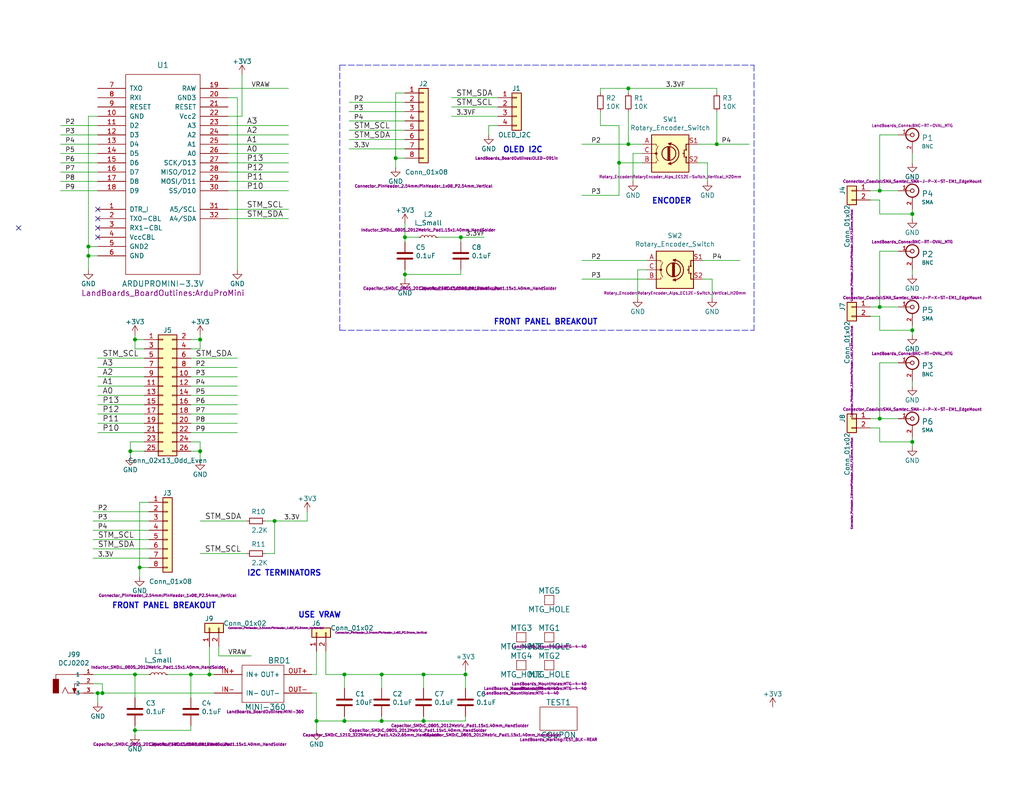
<source format=kicad_sch>
(kicad_sch (version 20211123) (generator eeschema)
  (paper "A")
  (title_block (title "VFO-002") (date "2021-10-17") (rev "1") (company "land-boards.com"))
  (lib_symbols
    (symbol "ArduinoInABox-rescue:ARDUPROMINI-ArduProMiniTKB" (pin_names (offset 1.016))
      (property "Reference" "uP" (at 10.16 19.05 0))
      (property "Value" "ARDUPROMINI-ArduProMiniTKB" (at 15.24 21.59 0))
      (symbol "ARDUPROMINI-ArduProMiniTKB_0_1"
        (polyline (pts (xy -10.16 -35.56) (xy -10.16 19.05) (xy 10.16 19.05) (xy 10.16 -35.56) (xy 0 -35.56) (xy -10.16 -35.56)))
      )
      (symbol "ARDUPROMINI-ArduProMiniTKB_1_1"
        (pin unspecified line (at -17.78 -17.78 0) (length 7.62) (name "DTR_I") (number "1"))
        (pin unspecified line (at -17.78 7.62 0) (length 7.62) (name "GND") (number "10"))
        (pin bidirectional line (at -17.78 5.08 0) (length 7.62) (name "D2") (number "11"))
        (pin bidirectional line (at -17.78 2.54 0) (length 7.62) (name "D3") (number "12"))
        (pin bidirectional line (at -17.78 0 0) (length 7.62) (name "D4") (number "13"))
        (pin bidirectional line (at -17.78 -2.54 0) (length 7.62) (name "D5") (number "14"))
        (pin bidirectional line (at -17.78 -5.08 0) (length 7.62) (name "D6") (number "15"))
        (pin bidirectional line (at -17.78 -7.62 0) (length 7.62) (name "D7") (number "16"))
        (pin bidirectional line (at -17.78 -10.16 0) (length 7.62) (name "D8") (number "17"))
        (pin bidirectional line (at -17.78 -12.7 0) (length 7.62) (name "D9") (number "18"))
        (pin unspecified line (at 17.78 15.24 180) (length 7.62) (name "RAW") (number "19"))
        (pin unspecified line (at -17.78 -20.32 0) (length 7.62) (name "TX0-CBL") (number "2"))
        (pin unspecified line (at 17.78 12.7 180) (length 7.62) (name "GND3") (number "20"))
        (pin input line (at 17.78 10.16 180) (length 7.62) (name "RESET") (number "21"))
        (pin unspecified line (at 17.78 7.62 180) (length 7.62) (name "Vcc2") (number "22"))
        (pin bidirectional line (at 17.78 5.08 180) (length 7.62) (name "A3") (number "23"))
        (pin bidirectional line (at 17.78 2.54 180) (length 7.62) (name "A2") (number "24"))
        (pin bidirectional line (at 17.78 0 180) (length 7.62) (name "A1") (number "25"))
        (pin bidirectional line (at 17.78 -2.54 180) (length 7.62) (name "A0") (number "26"))
        (pin bidirectional line (at 17.78 -5.08 180) (length 7.62) (name "SCK/D13") (number "27"))
        (pin input line (at 17.78 -7.62 180) (length 7.62) (name "MISO/D12") (number "28"))
        (pin bidirectional line (at 17.78 -10.16 180) (length 7.62) (name "MOSI/D11") (number "29"))
        (pin unspecified line (at -17.78 -22.86 0) (length 7.62) (name "RX1-CBL") (number "3"))
        (pin bidirectional line (at 17.78 -12.7 180) (length 7.62) (name "SS/D10") (number "30"))
        (pin bidirectional line (at 17.78 -17.78 180) (length 7.62) (name "A5/SCL") (number "31"))
        (pin bidirectional line (at 17.78 -20.32 180) (length 7.62) (name "A4/SDA") (number "32"))
        (pin power_in line (at -17.78 -25.4 0) (length 7.62) (name "VccCBL") (number "4"))
        (pin unspecified line (at -17.78 -27.94 0) (length 7.62) (name "GND2") (number "5"))
        (pin unspecified line (at -17.78 -30.48 0) (length 7.62) (name "GND") (number "6"))
        (pin bidirectional line (at -17.78 15.24 0) (length 7.62) (name "TXO") (number "7"))
        (pin bidirectional line (at -17.78 12.7 0) (length 7.62) (name "RXI") (number "8"))
        (pin input line (at -17.78 10.16 0) (length 7.62) (name "RESET") (number "9"))
      )
    )
    (symbol "Connector_Generic:Conn_01x02" (pin_names (offset 1.016) hide)
      (property "Reference" "J" (at 0 2.54 0))
      (property "Value" "Conn_01x02" (at 0 -5.08 0))
      (symbol "Conn_01x02_1_1"
        (rectangle (start -1.27 -2.413) (end 0 -2.667) (stroke (width 0.1524)))
        (rectangle (start -1.27 0.127) (end 0 -0.127) (stroke (width 0.1524)))
        (rectangle (start -1.27 1.27) (end 1.27 -3.81) (stroke (width 0.254)) (fill (type background)))
        (pin passive line (at -5.08 0 0) (length 3.81) (name "Pin_1") (number "1"))
        (pin passive line (at -5.08 -2.54 0) (length 3.81) (name "Pin_2") (number "2"))
      )
    )
    (symbol "Connector_Generic:Conn_01x04" (pin_names (offset 1.016) hide)
      (property "Reference" "J" (at 0 5.08 0))
      (property "Value" "Conn_01x04" (at 0 -7.62 0))
      (symbol "Conn_01x04_1_1"
        (rectangle (start -1.27 -4.953) (end 0 -5.207) (stroke (width 0.1524)))
        (rectangle (start -1.27 -2.413) (end 0 -2.667) (stroke (width 0.1524)))
        (rectangle (start -1.27 0.127) (end 0 -0.127) (stroke (width 0.1524)))
        (rectangle (start -1.27 2.667) (end 0 2.413) (stroke (width 0.1524)))
        (rectangle (start -1.27 3.81) (end 1.27 -6.35) (stroke (width 0.254)) (fill (type background)))
        (pin passive line (at -5.08 2.54 0) (length 3.81) (name "Pin_1") (number "1"))
        (pin passive line (at -5.08 0 0) (length 3.81) (name "Pin_2") (number "2"))
        (pin passive line (at -5.08 -2.54 0) (length 3.81) (name "Pin_3") (number "3"))
        (pin passive line (at -5.08 -5.08 0) (length 3.81) (name "Pin_4") (number "4"))
      )
    )
    (symbol "Connector_Generic:Conn_01x08" (pin_names (offset 1.016) hide)
      (property "Reference" "J" (at 0 10.16 0))
      (property "Value" "Conn_01x08" (at 0 -12.7 0))
      (symbol "Conn_01x08_1_1"
        (rectangle (start -1.27 -10.033) (end 0 -10.287) (stroke (width 0.1524)))
        (rectangle (start -1.27 -7.493) (end 0 -7.747) (stroke (width 0.1524)))
        (rectangle (start -1.27 -4.953) (end 0 -5.207) (stroke (width 0.1524)))
        (rectangle (start -1.27 -2.413) (end 0 -2.667) (stroke (width 0.1524)))
        (rectangle (start -1.27 0.127) (end 0 -0.127) (stroke (width 0.1524)))
        (rectangle (start -1.27 2.667) (end 0 2.413) (stroke (width 0.1524)))
        (rectangle (start -1.27 5.207) (end 0 4.953) (stroke (width 0.1524)))
        (rectangle (start -1.27 7.747) (end 0 7.493) (stroke (width 0.1524)))
        (rectangle (start -1.27 8.89) (end 1.27 -11.43) (stroke (width 0.254)) (fill (type background)))
        (pin passive line (at -5.08 7.62 0) (length 3.81) (name "Pin_1") (number "1"))
        (pin passive line (at -5.08 5.08 0) (length 3.81) (name "Pin_2") (number "2"))
        (pin passive line (at -5.08 2.54 0) (length 3.81) (name "Pin_3") (number "3"))
        (pin passive line (at -5.08 0 0) (length 3.81) (name "Pin_4") (number "4"))
        (pin passive line (at -5.08 -2.54 0) (length 3.81) (name "Pin_5") (number "5"))
        (pin passive line (at -5.08 -5.08 0) (length 3.81) (name "Pin_6") (number "6"))
        (pin passive line (at -5.08 -7.62 0) (length 3.81) (name "Pin_7") (number "7"))
        (pin passive line (at -5.08 -10.16 0) (length 3.81) (name "Pin_8") (number "8"))
      )
    )
    (symbol "Connector_Generic:Conn_02x13_Odd_Even" (pin_names (offset 1.016) hide)
      (property "Reference" "J" (at 1.27 17.78 0))
      (property "Value" "Conn_02x13_Odd_Even" (at 1.27 -17.78 0))
      (symbol "Conn_02x13_Odd_Even_1_1"
        (rectangle (start -1.27 -15.113) (end 0 -15.367) (stroke (width 0.1524)))
        (rectangle (start -1.27 -12.573) (end 0 -12.827) (stroke (width 0.1524)))
        (rectangle (start -1.27 -10.033) (end 0 -10.287) (stroke (width 0.1524)))
        (rectangle (start -1.27 -7.493) (end 0 -7.747) (stroke (width 0.1524)))
        (rectangle (start -1.27 -4.953) (end 0 -5.207) (stroke (width 0.1524)))
        (rectangle (start -1.27 -2.413) (end 0 -2.667) (stroke (width 0.1524)))
        (rectangle (start -1.27 0.127) (end 0 -0.127) (stroke (width 0.1524)))
        (rectangle (start -1.27 2.667) (end 0 2.413) (stroke (width 0.1524)))
        (rectangle (start -1.27 5.207) (end 0 4.953) (stroke (width 0.1524)))
        (rectangle (start -1.27 7.747) (end 0 7.493) (stroke (width 0.1524)))
        (rectangle (start -1.27 10.287) (end 0 10.033) (stroke (width 0.1524)))
        (rectangle (start -1.27 12.827) (end 0 12.573) (stroke (width 0.1524)))
        (rectangle (start -1.27 15.367) (end 0 15.113) (stroke (width 0.1524)))
        (rectangle (start -1.27 16.51) (end 3.81 -16.51) (stroke (width 0.254)) (fill (type background)))
        (rectangle (start 3.81 -15.113) (end 2.54 -15.367) (stroke (width 0.1524)))
        (rectangle (start 3.81 -12.573) (end 2.54 -12.827) (stroke (width 0.1524)))
        (rectangle (start 3.81 -10.033) (end 2.54 -10.287) (stroke (width 0.1524)))
        (rectangle (start 3.81 -7.493) (end 2.54 -7.747) (stroke (width 0.1524)))
        (rectangle (start 3.81 -4.953) (end 2.54 -5.207) (stroke (width 0.1524)))
        (rectangle (start 3.81 -2.413) (end 2.54 -2.667) (stroke (width 0.1524)))
        (rectangle (start 3.81 0.127) (end 2.54 -0.127) (stroke (width 0.1524)))
        (rectangle (start 3.81 2.667) (end 2.54 2.413) (stroke (width 0.1524)))
        (rectangle (start 3.81 5.207) (end 2.54 4.953) (stroke (width 0.1524)))
        (rectangle (start 3.81 7.747) (end 2.54 7.493) (stroke (width 0.1524)))
        (rectangle (start 3.81 10.287) (end 2.54 10.033) (stroke (width 0.1524)))
        (rectangle (start 3.81 12.827) (end 2.54 12.573) (stroke (width 0.1524)))
        (rectangle (start 3.81 15.367) (end 2.54 15.113) (stroke (width 0.1524)))
        (pin passive line (at -5.08 15.24 0) (length 3.81) (name "Pin_1") (number "1"))
        (pin passive line (at 7.62 5.08 180) (length 3.81) (name "Pin_10") (number "10"))
        (pin passive line (at -5.08 2.54 0) (length 3.81) (name "Pin_11") (number "11"))
        (pin passive line (at 7.62 2.54 180) (length 3.81) (name "Pin_12") (number "12"))
        (pin passive line (at -5.08 0 0) (length 3.81) (name "Pin_13") (number "13"))
        (pin passive line (at 7.62 0 180) (length 3.81) (name "Pin_14") (number "14"))
        (pin passive line (at -5.08 -2.54 0) (length 3.81) (name "Pin_15") (number "15"))
        (pin passive line (at 7.62 -2.54 180) (length 3.81) (name "Pin_16") (number "16"))
        (pin passive line (at -5.08 -5.08 0) (length 3.81) (name "Pin_17") (number "17"))
        (pin passive line (at 7.62 -5.08 180) (length 3.81) (name "Pin_18") (number "18"))
        (pin passive line (at -5.08 -7.62 0) (length 3.81) (name "Pin_19") (number "19"))
        (pin passive line (at 7.62 15.24 180) (length 3.81) (name "Pin_2") (number "2"))
        (pin passive line (at 7.62 -7.62 180) (length 3.81) (name "Pin_20") (number "20"))
        (pin passive line (at -5.08 -10.16 0) (length 3.81) (name "Pin_21") (number "21"))
        (pin passive line (at 7.62 -10.16 180) (length 3.81) (name "Pin_22") (number "22"))
        (pin passive line (at -5.08 -12.7 0) (length 3.81) (name "Pin_23") (number "23"))
        (pin passive line (at 7.62 -12.7 180) (length 3.81) (name "Pin_24") (number "24"))
        (pin passive line (at -5.08 -15.24 0) (length 3.81) (name "Pin_25") (number "25"))
        (pin passive line (at 7.62 -15.24 180) (length 3.81) (name "Pin_26") (number "26"))
        (pin passive line (at -5.08 12.7 0) (length 3.81) (name "Pin_3") (number "3"))
        (pin passive line (at 7.62 12.7 180) (length 3.81) (name "Pin_4") (number "4"))
        (pin passive line (at -5.08 10.16 0) (length 3.81) (name "Pin_5") (number "5"))
        (pin passive line (at 7.62 10.16 180) (length 3.81) (name "Pin_6") (number "6"))
        (pin passive line (at -5.08 7.62 0) (length 3.81) (name "Pin_7") (number "7"))
        (pin passive line (at 7.62 7.62 180) (length 3.81) (name "Pin_8") (number "8"))
        (pin passive line (at -5.08 5.08 0) (length 3.81) (name "Pin_9") (number "9"))
      )
    )
    (symbol "Device:C" (pin_numbers hide) (pin_names (offset 0.254))
      (property "Reference" "C" (at 0.635 2.54 0))
      (property "Value" "C" (at 0.635 -2.54 0))
      (symbol "C_0_1"
        (polyline (pts (xy -2.032 -0.762) (xy 2.032 -0.762)) (stroke (width 0.508)))
        (polyline (pts (xy -2.032 0.762) (xy 2.032 0.762)) (stroke (width 0.508)))
      )
      (symbol "C_1_1"
        (pin passive line (at 0 3.81 270) (length 2.794) (name "~") (number "1"))
        (pin passive line (at 0 -3.81 90) (length 2.794) (name "~") (number "2"))
      )
    )
    (symbol "Device:L_Small" (pin_numbers hide) (pin_names (offset 0.254) hide)
      (property "Reference" "L" (at 0.762 1.016 0))
      (property "Value" "L_Small" (at 0.762 -1.016 0))
      (symbol "L_Small_0_1"
        (arc (start 0 -2.032) (mid 0.508 -1.524) (end 0 -1.016))
        (arc (start 0 -1.016) (mid 0.508 -0.508) (end 0 0))
        (arc (start 0 0) (mid 0.508 0.508) (end 0 1.016))
        (arc (start 0 1.016) (mid 0.508 1.524) (end 0 2.032))
      )
      (symbol "L_Small_1_1"
        (pin passive line (at 0 2.54 270) (length 0.508) (name "~") (number "1"))
        (pin passive line (at 0 -2.54 90) (length 0.508) (name "~") (number "2"))
      )
    )
    (symbol "Device:R_Small" (pin_numbers hide) (pin_names (offset 0.254) hide)
      (property "Reference" "R" (at 0.762 0.508 0))
      (property "Value" "R_Small" (at 0.762 -1.016 0))
      (symbol "R_Small_0_1"
        (rectangle (start -0.762 1.778) (end 0.762 -1.778) (stroke (width 0.2032)))
      )
      (symbol "R_Small_1_1"
        (pin passive line (at 0 2.54 270) (length 0.762) (name "~") (number "1"))
        (pin passive line (at 0 -2.54 90) (length 0.762) (name "~") (number "2"))
      )
    )
    (symbol "Device:Rotary_Encoder_Switch" (pin_names (offset 0.254) hide)
      (property "Reference" "SW" (at 0 6.604 0))
      (property "Value" "Device_Rotary_Encoder_Switch" (at 0 -6.604 0))
      (symbol "Rotary_Encoder_Switch_0_1"
        (rectangle (start -5.08 5.08) (end 5.08 -5.08) (stroke (width 0.254)) (fill (type background)))
        (circle (center -3.81 0) (radius 0.254) (fill (type outline)))
        (arc (start -0.381 -2.794) (mid 2.3622 -0.0508) (end -0.381 2.667) (stroke (width 0.254)))
        (circle (center -0.381 0) (radius 1.905) (stroke (width 0.254)))
        (polyline (pts (xy -0.635 -1.778) (xy -0.635 1.778)) (stroke (width 0.254)))
        (polyline (pts (xy -0.381 -1.778) (xy -0.381 1.778)) (stroke (width 0.254)))
        (polyline (pts (xy -0.127 1.778) (xy -0.127 -1.778)) (stroke (width 0.254)))
        (polyline (pts (xy 3.81 0) (xy 3.429 0)) (stroke (width 0.254)))
        (polyline (pts (xy 3.81 1.016) (xy 3.81 -1.016)) (stroke (width 0.254)))
        (polyline (pts (xy -5.08 -2.54) (xy -3.81 -2.54) (xy -3.81 -2.032)))
        (polyline (pts (xy -5.08 2.54) (xy -3.81 2.54) (xy -3.81 2.032)))
        (polyline (pts (xy 0.254 -3.048) (xy -0.508 -2.794) (xy 0.127 -2.413)) (stroke (width 0.254)))
        (polyline (pts (xy 0.254 2.921) (xy -0.508 2.667) (xy 0.127 2.286)) (stroke (width 0.254)))
        (polyline (pts (xy 5.08 -2.54) (xy 4.318 -2.54) (xy 4.318 -1.016)) (stroke (width 0.254)))
        (polyline (pts (xy 5.08 2.54) (xy 4.318 2.54) (xy 4.318 1.016)) (stroke (width 0.254)))
        (polyline (pts (xy -5.08 0) (xy -3.81 0) (xy -3.81 -1.016) (xy -3.302 -2.032)))
        (polyline (pts (xy -4.318 0) (xy -3.81 0) (xy -3.81 1.016) (xy -3.302 2.032)))
        (circle (center 4.318 -1.016) (radius 0.127) (stroke (width 0.254)))
        (circle (center 4.318 1.016) (radius 0.127) (stroke (width 0.254)))
      )
      (symbol "Rotary_Encoder_Switch_1_1"
        (pin passive line (at -7.62 2.54 0) (length 2.54) (name "A") (number "A"))
        (pin passive line (at -7.62 -2.54 0) (length 2.54) (name "B") (number "B"))
        (pin passive line (at -7.62 0 0) (length 2.54) (name "C") (number "C"))
        (pin passive line (at 7.62 2.54 180) (length 2.54) (name "S1") (number "S1"))
        (pin passive line (at 7.62 -2.54 180) (length 2.54) (name "S2") (number "S2"))
      )
    )
    (symbol "LandBoards:COUPON" (pin_names (offset 1.016))
      (property "Reference" "COUP?" (at 0 0 0))
      (property "Value" "COUPON" (at 0 0 0))
      (symbol "COUPON_0_1"
        (rectangle (start -5.08 0) (end 5.08 6.35))
      )
    )
    (symbol "LandBoards_Cards:MINI-360" (pin_names (offset 1.016))
      (property "Reference" "MINI-360" (at 1.27 6.35 0))
      (property "Value" "MINI-360" (at 1.27 -6.35 0))
      (symbol "MINI-360_0_1"
        (rectangle (start -5.08 -5.08) (end 6.35 5.08))
      )
      (symbol "MINI-360_1_1"
        (pin power_in line (at -12.7 2.54 0) (length 7.62) (name "IN+") (number "IN+"))
        (pin power_in line (at -12.7 -2.54 0) (length 7.62) (name "IN-") (number "IN-"))
        (pin power_out line (at 13.97 2.54 180) (length 7.62) (name "OUT+") (number "OUT+"))
        (pin power_out line (at 13.97 -2.54 180) (length 7.62) (name "OUT-") (number "OUT-"))
      )
    )
    (symbol "LandBoards_Conns:BNC" (pin_names (offset 1.016) hide)
      (property "Reference" "P" (at 0.254 3.048 0))
      (property "Value" "BNC" (at 2.794 -1.524 90))
      (symbol "BNC_0_1"
        (circle (center 0 0) (radius 0.508) (stroke (width 0.2032)))
        (circle (center 0 0) (radius 1.778) (stroke (width 0.3048)))
      )
      (symbol "BNC_1_1"
        (pin passive line (at -3.81 0 0) (length 3.302) (name "In") (number "1"))
        (pin passive line (at 0 -5.08 90) (length 3.302) (name "Ext") (number "2"))
      )
    )
    (symbol "LandBoards_Conns:DCJ0202" (pin_names (offset 1.016))
      (property "Reference" "J" (at -2.54 3.81 0))
      (property "Value" "DCJ0202" (at -2.54 -6.35 0))
      (symbol "DCJ0202_1_0"
        (polyline (pts (xy -2.54 2.54) (xy -2.54 1.27)))
        (polyline (pts (xy 0 -1.016) (xy -0.762 -2.54)))
        (polyline (pts (xy 0.762 -2.54) (xy 0 -1.016)))
        (polyline (pts (xy 2.54 -2.54) (xy 0.762 -2.54)))
        (polyline (pts (xy 2.54 0) (xy 2.54 -2.54)))
        (polyline (pts (xy 5.08 -2.54) (xy 2.54 -2.54)))
        (polyline (pts (xy 5.08 0) (xy 2.54 0)))
        (polyline (pts (xy 5.08 2.54) (xy -2.54 2.54)))
      )
      (symbol "DCJ0202_1_1"
        (rectangle (start -3.302 -2.54) (end -1.778 1.27) (fill (type outline)))
        (polyline (pts (xy 2.54 -2.54) (xy 2.032 -1.27) (xy 2.032 -1.27) (xy 3.048 -1.27) (xy 3.048 -1.27) (xy 2.54 -2.54)) (fill (type outline)))
        (pin passive line (at 7.62 2.54 180) (length 2.54) (name "1") (number "1"))
        (pin passive line (at 7.62 0 180) (length 2.54) (name "2") (number "2"))
        (pin passive line (at 7.62 -2.54 180) (length 2.54) (name "3") (number "3"))
      )
    )
    (symbol "LandBoards_Conns:MTG_HOLE" (pin_names (offset 1.016))
      (property "Reference" "MTG?" (at 0 2.54 0))
      (property "Value" "MTG_HOLE" (at 0 -2.54 0))
      (symbol "MTG_HOLE_0_1"
        (rectangle (start -1.27 -1.27) (end 1.27 -1.27))
        (rectangle (start -1.27 1.27) (end -1.27 -1.27))
        (rectangle (start 1.27 1.27) (end -1.27 1.27))
        (rectangle (start 1.27 1.27) (end 1.27 -1.27))
      )
    )
    (symbol "power:+3V3" (power) (pin_names (offset 0))
      (property "Value" "+3V3" (at 0 3.556 0))
      (symbol "+3V3_0_1"
        (polyline (pts (xy -0.762 1.27) (xy 0 2.54)))
        (polyline (pts (xy 0 0) (xy 0 2.54)))
        (polyline (pts (xy 0 2.54) (xy 0.762 1.27)))
      )
      (symbol "+3V3_1_1"
        (pin power_in line (at 0 0 90) (length 0) hide (name "+3V3") (number "1"))
      )
    )
    (symbol "power:GND" (power) (pin_names (offset 0))
      (property "Value" "GND" (at 0 -3.81 0))
      (symbol "GND_0_1"
        (polyline (pts (xy 0 0) (xy 0 -1.27) (xy 1.27 -1.27) (xy 0 -2.54) (xy -1.27 -1.27) (xy 0 -1.27)))
      )
      (symbol "GND_1_1"
        (pin power_in line (at 0 0 270) (length 0) hide (name "GND") (number "1"))
      )
    )
  )
  (junction (at 27.94 189.23))
  (junction (at 54.61 92.71))
  (junction (at 36.83 199.39))
  (junction (at 195.58 39.37))
  (junction (at 248.92 120.65))
  (junction (at 36.83 92.71))
  (junction (at 26.67 189.23))
  (junction (at 104.14 196.85))
  (junction (at 125.73 64.77))
  (junction (at 35.56 123.19))
  (junction (at 248.92 58.42))
  (junction (at 110.49 64.77))
  (junction (at 171.45 39.37))
  (junction (at 115.57 184.15))
  (junction (at 127 184.15))
  (junction (at 36.83 184.15))
  (junction (at 93.98 196.85))
  (junction (at 240.03 83.82))
  (junction (at 248.92 90.17))
  (junction (at 74.93 142.24))
  (junction (at 93.98 184.15))
  (junction (at 115.57 196.85))
  (junction (at 171.45 24.13))
  (junction (at 52.07 184.15))
  (junction (at 24.13 67.31))
  (junction (at 240.03 52.07))
  (junction (at 38.1 154.94))
  (junction (at 104.14 184.15))
  (junction (at 240.03 114.3))
  (junction (at 24.13 69.85))
  (junction (at 168.91 44.45))
  (junction (at 107.95 43.18))
  (junction (at 54.61 123.19))
  (junction (at 110.49 74.93))
  (junction (at 57.15 184.15))
  (junction (at 86.36 196.85))
  (no_connect (at 26.67 64.77))
  (no_connect (at 26.67 57.15))
  (no_connect (at 26.67 62.23))
  (no_connect (at 97.79 -33.02))
  (no_connect (at 26.67 59.69))
  (no_connect (at 5.08 62.23))
  (wire (pts (xy 248.92 104.14) (xy 248.92 105.41)))
  (wire (pts (xy 110.49 43.18) (xy 107.95 43.18)))
  (wire (pts (xy 78.74 46.99) (xy 62.23 46.99)))
  (wire (pts (xy 64.77 26.67) (xy 64.77 73.66)))
  (wire (pts (xy 168.91 44.45) (xy 175.26 44.45)))
  (wire (pts (xy 158.75 71.12) (xy 176.53 71.12)))
  (wire (pts (xy 240.03 86.36) (xy 237.49 86.36)))
  (wire (pts (xy 39.37 123.19) (xy 35.56 123.19)))
  (wire (pts (xy 240.03 58.42) (xy 240.03 54.61)))
  (wire (pts (xy 163.83 24.13) (xy 171.45 24.13)))
  (wire (pts (xy 62.23 26.67) (xy 64.77 26.67)))
  (wire (pts (xy 39.37 118.11) (xy 26.67 118.11)))
  (wire (pts (xy 245.11 36.83) (xy 240.03 36.83)))
  (wire (pts (xy 248.92 41.91) (xy 248.92 44.45)))
  (wire (pts (xy 36.83 92.71) (xy 36.83 91.44)))
  (wire (pts (xy 193.04 44.45) (xy 193.04 49.53)))
  (wire (pts (xy 78.74 39.37) (xy 62.23 39.37)))
  (wire (pts (xy 52.07 92.71) (xy 54.61 92.71)))
  (wire (pts (xy 24.13 31.75) (xy 26.67 31.75)))
  (wire (pts (xy 104.14 195.58) (xy 104.14 196.85)))
  (wire (pts (xy 245.11 52.07) (xy 240.03 52.07)))
  (wire (pts (xy 27.94 189.23) (xy 58.42 189.23)))
  (wire (pts (xy 248.92 58.42) (xy 240.03 58.42)))
  (wire (pts (xy 248.92 73.66) (xy 248.92 74.93)))
  (wire (pts (xy 39.37 95.25) (xy 36.83 95.25)))
  (wire (pts (xy 78.74 36.83) (xy 62.23 36.83)))
  (wire (pts (xy 38.1 154.94) (xy 38.1 137.16)))
  (wire (pts (xy 35.56 123.19) (xy 35.56 124.46)))
  (wire (pts (xy 85.09 189.23) (xy 86.36 189.23)))
  (wire (pts (xy 110.49 60.96) (xy 110.49 64.77)))
  (wire (pts (xy 62.23 59.69) (xy 78.74 59.69)))
  (wire (pts (xy 54.61 151.13) (xy 67.31 151.13)))
  (wire (pts (xy 95.25 33.02) (xy 110.49 33.02)))
  (wire (pts (xy 248.92 90.17) (xy 240.03 90.17)))
  (wire (pts (xy 190.5 39.37) (xy 195.58 39.37)))
  (wire (pts (xy 107.95 25.4) (xy 110.49 25.4)))
  (wire (pts (xy 36.83 199.39) (xy 52.07 199.39)))
  (wire (pts (xy 57.15 176.53) (xy 57.15 184.15)))
  (wire (pts (xy 158.75 53.34) (xy 168.91 53.34)))
  (wire (pts (xy 25.4 184.15) (xy 36.83 184.15)))
  (wire (pts (xy 59.69 179.07) (xy 68.58 179.07)))
  (wire (pts (xy 110.49 74.93) (xy 125.73 74.93)))
  (wire (pts (xy 25.4 147.32) (xy 40.64 147.32)))
  (wire (pts (xy 163.83 30.48) (xy 163.83 34.29)))
  (wire (pts (xy 78.74 52.07) (xy 62.23 52.07)))
  (wire (pts (xy 78.74 41.91) (xy 62.23 41.91)))
  (wire (pts (xy 59.69 176.53) (xy 59.69 179.07)))
  (wire (pts (xy 52.07 184.15) (xy 57.15 184.15)))
  (wire (pts (xy 54.61 92.71) (xy 54.61 91.44)))
  (wire (pts (xy 173.99 73.66) (xy 173.99 81.28)))
  (wire (pts (xy 39.37 113.03) (xy 26.67 113.03)))
  (wire (pts (xy 245.11 99.06) (xy 240.03 99.06)))
  (wire (pts (xy 163.83 25.4) (xy 163.83 24.13)))
  (wire (pts (xy 16.51 46.99) (xy 26.67 46.99)))
  (wire (pts (xy 52.07 120.65) (xy 54.61 120.65)))
  (wire (pts (xy 26.67 49.53) (xy 16.51 49.53)))
  (wire (pts (xy 52.07 107.95) (xy 64.77 107.95)))
  (wire (pts (xy 78.74 34.29) (xy 62.23 34.29)))
  (wire (pts (xy 95.25 30.48) (xy 110.49 30.48)))
  (wire (pts (xy 25.4 186.69) (xy 27.94 186.69)))
  (wire (pts (xy 245.11 68.58) (xy 240.03 68.58)))
  (wire (pts (xy 240.03 120.65) (xy 240.03 116.84)))
  (wire (pts (xy 25.4 189.23) (xy 26.67 189.23)))
  (wire (pts (xy 95.25 40.64) (xy 110.49 40.64)))
  (wire (pts (xy 110.49 66.04) (xy 110.49 64.77)))
  (wire (pts (xy 168.91 53.34) (xy 168.91 44.45)))
  (wire (pts (xy 36.83 95.25) (xy 36.83 92.71)))
  (wire (pts (xy 195.58 24.13) (xy 195.58 25.4)))
  (wire (pts (xy 57.15 184.15) (xy 58.42 184.15)))
  (polyline (pts (xy 92.71 90.17) (xy 205.74 90.17)))
  (wire (pts (xy 133.35 34.29) (xy 133.35 36.83)))
  (wire (pts (xy 93.98 184.15) (xy 104.14 184.15)))
  (wire (pts (xy 25.4 142.24) (xy 40.64 142.24)))
  (wire (pts (xy 93.98 196.85) (xy 104.14 196.85)))
  (wire (pts (xy 163.83 34.29) (xy 168.91 34.29)))
  (wire (pts (xy 171.45 24.13) (xy 195.58 24.13)))
  (wire (pts (xy 115.57 196.85) (xy 127 196.85)))
  (wire (pts (xy 245.11 83.82) (xy 240.03 83.82)))
  (wire (pts (xy 240.03 83.82) (xy 237.49 83.82)))
  (wire (pts (xy 54.61 123.19) (xy 54.61 125.73)))
  (wire (pts (xy 115.57 187.96) (xy 115.57 184.15)))
  (wire (pts (xy 86.36 196.85) (xy 86.36 199.39)))
  (wire (pts (xy 172.72 41.91) (xy 172.72 49.53)))
  (wire (pts (xy 66.04 20.32) (xy 66.04 31.75)))
  (wire (pts (xy 127 184.15) (xy 127 187.96)))
  (wire (pts (xy 78.74 49.53) (xy 62.23 49.53)))
  (wire (pts (xy 83.82 139.7) (xy 83.82 142.24)))
  (wire (pts (xy 248.92 90.17) (xy 248.92 91.44)))
  (wire (pts (xy 39.37 105.41) (xy 26.67 105.41)))
  (wire (pts (xy 26.67 189.23) (xy 26.67 191.77)))
  (wire (pts (xy 54.61 120.65) (xy 54.61 123.19)))
  (wire (pts (xy 26.67 36.83) (xy 16.51 36.83)))
  (wire (pts (xy 127 182.88) (xy 127 184.15)))
  (wire (pts (xy 119.38 64.77) (xy 125.73 64.77)))
  (wire (pts (xy 36.83 199.39) (xy 36.83 200.66)))
  (wire (pts (xy 40.64 154.94) (xy 38.1 154.94)))
  (wire (pts (xy 88.9 184.15) (xy 88.9 177.8)))
  (wire (pts (xy 245.11 114.3) (xy 240.03 114.3)))
  (wire (pts (xy 38.1 137.16) (xy 40.64 137.16)))
  (wire (pts (xy 36.83 198.12) (xy 36.83 199.39)))
  (wire (pts (xy 25.4 139.7) (xy 40.64 139.7)))
  (wire (pts (xy 195.58 30.48) (xy 195.58 39.37)))
  (wire (pts (xy 127 196.85) (xy 127 195.58)))
  (wire (pts (xy 16.51 34.29) (xy 26.67 34.29)))
  (wire (pts (xy 191.77 76.2) (xy 194.31 76.2)))
  (wire (pts (xy 24.13 69.85) (xy 24.13 73.66)))
  (wire (pts (xy 26.67 69.85) (xy 24.13 69.85)))
  (wire (pts (xy 168.91 34.29) (xy 168.91 44.45)))
  (wire (pts (xy 93.98 184.15) (xy 93.98 187.96)))
  (wire (pts (xy 240.03 120.65) (xy 248.92 120.65)))
  (wire (pts (xy 86.36 196.85) (xy 93.98 196.85)))
  (wire (pts (xy 54.61 142.24) (xy 67.31 142.24)))
  (wire (pts (xy 107.95 43.18) (xy 107.95 45.72)))
  (wire (pts (xy 39.37 100.33) (xy 26.67 100.33)))
  (wire (pts (xy 110.49 64.77) (xy 114.3 64.77)))
  (wire (pts (xy 110.49 74.93) (xy 110.49 76.2)))
  (wire (pts (xy 93.98 196.85) (xy 93.98 195.58)))
  (wire (pts (xy 194.31 76.2) (xy 194.31 81.28)))
  (wire (pts (xy 25.4 144.78) (xy 40.64 144.78)))
  (polyline (pts (xy 205.74 17.78) (xy 205.74 90.17)))
  (wire (pts (xy 171.45 24.13) (xy 171.45 25.4)))
  (wire (pts (xy 26.67 44.45) (xy 16.51 44.45)))
  (wire (pts (xy 86.36 177.8) (xy 86.36 184.15)))
  (wire (pts (xy 39.37 120.65) (xy 35.56 120.65)))
  (wire (pts (xy 95.25 27.94) (xy 110.49 27.94)))
  (wire (pts (xy 248.92 119.38) (xy 248.92 120.65)))
  (wire (pts (xy 115.57 184.15) (xy 127 184.15)))
  (wire (pts (xy 240.03 52.07) (xy 237.49 52.07)))
  (wire (pts (xy 237.49 114.3) (xy 240.03 114.3)))
  (wire (pts (xy 64.77 115.57) (xy 52.07 115.57)))
  (wire (pts (xy 95.25 35.56) (xy 110.49 35.56)))
  (wire (pts (xy 240.03 54.61) (xy 237.49 54.61)))
  (wire (pts (xy 39.37 115.57) (xy 26.67 115.57)))
  (wire (pts (xy 38.1 154.94) (xy 38.1 157.48)))
  (wire (pts (xy 36.83 190.5) (xy 36.83 184.15)))
  (wire (pts (xy 125.73 64.77) (xy 132.08 64.77)))
  (wire (pts (xy 36.83 184.15) (xy 40.64 184.15)))
  (wire (pts (xy 171.45 30.48) (xy 171.45 39.37)))
  (wire (pts (xy 39.37 107.95) (xy 26.67 107.95)))
  (wire (pts (xy 26.67 189.23) (xy 27.94 189.23)))
  (wire (pts (xy 86.36 189.23) (xy 86.36 196.85)))
  (wire (pts (xy 104.14 196.85) (xy 115.57 196.85)))
  (wire (pts (xy 176.53 73.66) (xy 173.99 73.66)))
  (wire (pts (xy 52.07 199.39) (xy 52.07 198.12)))
  (wire (pts (xy 175.26 41.91) (xy 172.72 41.91)))
  (wire (pts (xy 158.75 76.2) (xy 176.53 76.2)))
  (wire (pts (xy 52.07 123.19) (xy 54.61 123.19)))
  (wire (pts (xy 45.72 184.15) (xy 52.07 184.15)))
  (wire (pts (xy 35.56 120.65) (xy 35.56 123.19)))
  (wire (pts (xy 115.57 195.58) (xy 115.57 196.85)))
  (wire (pts (xy 62.23 24.13) (xy 78.74 24.13)))
  (wire (pts (xy 240.03 114.3) (xy 240.03 99.06)))
  (wire (pts (xy 16.51 41.91) (xy 26.67 41.91)))
  (wire (pts (xy 74.93 142.24) (xy 72.39 142.24)))
  (wire (pts (xy 158.75 39.37) (xy 171.45 39.37)))
  (wire (pts (xy 27.94 189.23) (xy 27.94 186.69)))
  (wire (pts (xy 52.07 105.41) (xy 64.77 105.41)))
  (wire (pts (xy 16.51 52.07) (xy 26.67 52.07)))
  (wire (pts (xy 39.37 110.49) (xy 26.67 110.49)))
  (wire (pts (xy 123.19 31.75) (xy 135.89 31.75)))
  (wire (pts (xy 107.95 43.18) (xy 107.95 25.4)))
  (wire (pts (xy 171.45 39.37) (xy 175.26 39.37)))
  (wire (pts (xy 72.39 151.13) (xy 74.93 151.13)))
  (wire (pts (xy 240.03 68.58) (xy 240.03 83.82)))
  (wire (pts (xy 25.4 149.86) (xy 40.64 149.86)))
  (wire (pts (xy 52.07 190.5) (xy 52.07 184.15)))
  (wire (pts (xy 24.13 67.31) (xy 24.13 69.85)))
  (wire (pts (xy 191.77 71.12) (xy 201.93 71.12)))
  (wire (pts (xy 135.89 34.29) (xy 133.35 34.29)))
  (wire (pts (xy 104.14 184.15) (xy 104.14 187.96)))
  (wire (pts (xy 52.07 97.79) (xy 64.77 97.79)))
  (wire (pts (xy 74.93 151.13) (xy 74.93 142.24)))
  (wire (pts (xy 248.92 120.65) (xy 248.92 121.92)))
  (wire (pts (xy 125.73 66.04) (xy 125.73 64.77)))
  (wire (pts (xy 66.04 31.75) (xy 62.23 31.75)))
  (wire (pts (xy 248.92 88.9) (xy 248.92 90.17)))
  (wire (pts (xy 123.19 26.67) (xy 135.89 26.67)))
  (wire (pts (xy 104.14 184.15) (xy 115.57 184.15)))
  (wire (pts (xy 39.37 102.87) (xy 26.67 102.87)))
  (wire (pts (xy 110.49 73.66) (xy 110.49 74.93)))
  (wire (pts (xy 16.51 39.37) (xy 26.67 39.37)))
  (wire (pts (xy 95.25 38.1) (xy 110.49 38.1)))
  (wire (pts (xy 190.5 44.45) (xy 193.04 44.45)))
  (wire (pts (xy 123.19 29.21) (xy 135.89 29.21)))
  (wire (pts (xy 86.36 184.15) (xy 85.09 184.15)))
  (wire (pts (xy 93.98 184.15) (xy 88.9 184.15)))
  (wire (pts (xy 36.83 92.71) (xy 39.37 92.71)))
  (polyline (pts (xy 92.71 17.78) (xy 205.74 17.78)))
  (wire (pts (xy 24.13 67.31) (xy 24.13 31.75)))
  (wire (pts (xy 52.07 95.25) (xy 54.61 95.25)))
  (wire (pts (xy 64.77 102.87) (xy 52.07 102.87)))
  (wire (pts (xy 248.92 58.42) (xy 248.92 59.69)))
  (wire (pts (xy 74.93 142.24) (xy 83.82 142.24)))
  (wire (pts (xy 25.4 152.4) (xy 40.64 152.4)))
  (wire (pts (xy 248.92 57.15) (xy 248.92 58.42)))
  (wire (pts (xy 240.03 116.84) (xy 237.49 116.84)))
  (wire (pts (xy 52.07 113.03) (xy 64.77 113.03)))
  (wire (pts (xy 240.03 90.17) (xy 240.03 86.36)))
  (wire (pts (xy 54.61 95.25) (xy 54.61 92.71)))
  (wire (pts (xy 62.23 57.15) (xy 78.74 57.15)))
  (wire (pts (xy 204.47 39.37) (xy 195.58 39.37)))
  (wire (pts (xy 52.07 100.33) (xy 64.77 100.33)))
  (wire (pts (xy 64.77 110.49) (xy 52.07 110.49)))
  (wire (pts (xy 26.67 97.79) (xy 39.37 97.79)))
  (wire (pts (xy 78.74 44.45) (xy 62.23 44.45)))
  (polyline (pts (xy 92.71 90.17) (xy 92.71 17.78)))
  (wire (pts (xy 125.73 74.93) (xy 125.73 73.66)))
  (wire (pts (xy 240.03 52.07) (xy 240.03 36.83)))
  (wire (pts (xy 52.07 118.11) (xy 64.77 118.11)))
  (wire (pts (xy 26.67 67.31) (xy 24.13 67.31)))
  (text "OLED I2C" (at 137.16 41.91 0) (effects (font (size 1.524 1.524) (thickness 0.3048) bold) (justify left bottom)))
  (text "FRONT PANEL BREAKOUT" (at 134.62 88.9 0) (effects (font (size 1.524 1.524) (thickness 0.3048) bold) (justify left bottom)))
  (text "USE VRAW" (at 81.28 168.91 0) (effects (font (size 1.524 1.524) (thickness 0.3048) bold) (justify left bottom)))
  (text "FRONT PANEL BREAKOUT" (at 30.48 166.37 0) (effects (font (size 1.524 1.524) (thickness 0.3048) bold) (justify left bottom)))
  (text "ENCODER" (at 177.8 55.88 0) (effects (font (size 1.524 1.524) (thickness 0.3048) bold) (justify left bottom)))
  (text "I2C TERMINATORS" (at 67.31 157.48 0) (effects (font (size 1.524 1.524) (thickness 0.3048) bold) (justify left bottom)))
  (label "3.3V" (at 26.67 152.4 0))
  (label "3.3VF" (at 127 64.77 0))
  (label "P2" (at 26.67 139.7 0))
  (label "P5" (at 17.78 41.91 0))
  (label "P13" (at 27.94 110.49 0) (effects (font (size 1.524 1.524))))
  (label "STM_SCL" (at 26.67 147.32 0) (effects (font (size 1.524 1.524))))
  (label "3.3V" (at 96.52 40.64 0))
  (label "P4" (at 17.78 39.37 0))
  (label "A2" (at 27.94 102.87 0) (effects (font (size 1.524 1.524))))
  (label "P4" (at 53.34 105.41 0))
  (label "P4" (at 196.85 39.37 0))
  (label "P3" (at 53.34 102.87 0))
  (label "P8" (at 53.34 115.57 0))
  (label "P10" (at 27.94 118.11 0) (effects (font (size 1.524 1.524))))
  (label "P8" (at 17.78 49.53 0))
  (label "P2" (at 161.29 71.12 0))
  (label "P3" (at 161.29 53.34 0))
  (label "STM_SDA" (at 96.52 38.1 0) (effects (font (size 1.524 1.524))))
  (label "A2" (at 67.31 36.83 0) (effects (font (size 1.524 1.524))))
  (label "A0" (at 67.31 41.91 0) (effects (font (size 1.524 1.524))))
  (label "STM_SCL" (at 67.31 57.15 0) (effects (font (size 1.524 1.524))))
  (label "STM_SDA" (at 55.88 142.24 0) (effects (font (size 1.524 1.524))))
  (label "A0" (at 27.94 107.95 0) (effects (font (size 1.524 1.524))))
  (label "STM_SCL" (at 124.46 29.21 0) (effects (font (size 1.524 1.524))))
  (label "P12" (at 27.94 113.03 0) (effects (font (size 1.524 1.524))))
  (label "P3" (at 26.67 142.24 0))
  (label "P3" (at 161.29 76.2 0))
  (label "STM_SDA" (at 26.67 149.86 0) (effects (font (size 1.524 1.524))))
  (label "STM_SCL" (at 27.94 97.79 0) (effects (font (size 1.524 1.524))))
  (label "P4" (at 96.52 33.02 0))
  (label "STM_SCL" (at 55.88 151.13 0) (effects (font (size 1.524 1.524))))
  (label "P4" (at 194.31 71.12 0))
  (label "P11" (at 27.94 115.57 0) (effects (font (size 1.524 1.524))))
  (label "P5" (at 53.34 107.95 0))
  (label "P9" (at 53.34 118.11 0))
  (label "P7" (at 17.78 46.99 0))
  (label "P2" (at 161.29 39.37 0))
  (label "STM_SCL" (at 96.52 35.56 0) (effects (font (size 1.524 1.524))))
  (label "P7" (at 53.34 113.03 0))
  (label "P6" (at 53.34 110.49 0))
  (label "A3" (at 27.94 100.33 0) (effects (font (size 1.524 1.524))))
  (label "P3" (at 17.78 36.83 0))
  (label "3.3VF" (at 181.61 24.13 0))
  (label "3.3VF" (at 124.46 31.75 0))
  (label "VRAW" (at 68.58 24.13 0))
  (label "P4" (at 26.67 144.78 0))
  (label "P11" (at 67.31 49.53 0) (effects (font (size 1.524 1.524))))
  (label "P6" (at 17.78 44.45 0))
  (label "P9" (at 17.78 52.07 0))
  (label "P3" (at 96.52 30.48 0))
  (label "P12" (at 67.31 46.99 0) (effects (font (size 1.524 1.524))))
  (label "3.3V" (at 77.47 142.24 0))
  (label "A3" (at 67.31 34.29 0) (effects (font (size 0 0))))
  (label "P2" (at 17.78 34.29 0))
  (label "P2" (at 53.34 100.33 0))
  (label "P13" (at 67.31 44.45 0) (effects (font (size 1.524 1.524))))
  (label "A1" (at 67.31 39.37 0) (effects (font (size 1.524 1.524))))
  (label "STM_SDA" (at 53.34 97.79 0) (effects (font (size 1.524 1.524))))
  (label "STM_SDA" (at 124.46 26.67 0) (effects (font (size 1.524 1.524))))
  (label "P10" (at 67.31 52.07 0) (effects (font (size 1.524 1.524))))
  (label "P2" (at 96.52 27.94 0))
  (label "STM_SDA" (at 67.31 59.69 0) (effects (font (size 1.524 1.524))))
  (label "A3" (at 67.31 34.29 0) (effects (font (size 1.524 1.524))))
  (label "VRAW" (at 62.23 179.07 0))
  (label "A1" (at 27.94 105.41 0) (effects (font (size 1.524 1.524))))
  (symbol (lib_id "LandBoards_Conns:MTG_HOLE") (at 142.24 181.61 0) (unit 1)
    (property "Reference" "MTG4" (at 142.24 179.07 0) (effects (font (size 1.524 1.524))))
    (property "Value" "MTG_HOLE" (at 142.24 184.15 0) (effects (font (size 1.524 1.524))))
    (property "Footprint" "LandBoards_MountHoles:MTG-4-40" (at 142.24 189.23 0) (effects (font (size 0.762 0.762))))
  )
  (symbol (lib_id "LandBoards_Conns:MTG_HOLE") (at 149.86 181.61 0) (unit 1)
    (property "Reference" "MTG2" (at 149.86 179.07 0) (effects (font (size 1.524 1.524))))
    (property "Value" "MTG_HOLE" (at 149.86 184.15 0) (effects (font (size 1.524 1.524))))
    (property "Footprint" "LandBoards_MountHoles:MTG-4-40" (at 149.86 187.96 0) (effects (font (size 0.762 0.762))))
  )
  (symbol (lib_id "LandBoards_Conns:MTG_HOLE") (at 142.24 173.99 0) (unit 1)
    (property "Reference" "MTG3" (at 142.24 171.45 0) (effects (font (size 1.524 1.524))))
    (property "Value" "MTG_HOLE" (at 142.24 176.53 0) (effects (font (size 1.524 1.524))))
    (property "Footprint" "LandBoards_MountHoles:MTG-4-40" (at 142.24 187.96 0) (effects (font (size 0.762 0.762))))
  )
  (symbol (lib_id "LandBoards_Conns:MTG_HOLE") (at 149.86 173.99 0) (unit 1)
    (property "Reference" "MTG1" (at 149.86 171.45 0) (effects (font (size 1.524 1.524))))
    (property "Value" "MTG_HOLE" (at 149.86 176.53 0) (effects (font (size 1.524 1.524))))
    (property "Footprint" "LandBoards_MountHoles:MTG-4-40" (at 149.86 186.69 0) (effects (font (size 0.762 0.762))))
  )
  (symbol (lib_id "LandBoards:COUPON") (at 152.4 199.39 0) (unit 1)
    (property "Reference" "TEST1" (at 152.4 191.77 0) (effects (font (size 1.524 1.524))))
    (property "Value" "COUPON" (at 152.4 200.66 0) (effects (font (size 1.524 1.524))))
    (property "Footprint" "LandBoards_Marking:TEST_BLK-REAR" (at 152.4 201.93 0) (effects (font (size 0.762 0.762))))
  )
  (symbol (lib_id "power:GND") (at 24.13 73.66 0) (unit 1)
    (property "Reference" "#PWR03" (effects hide))
    (property "Value" "GND" (at 24.13 77.47 0))
  )
  (symbol (lib_id "power:+3V3") (at 210.82 193.04 0) (unit 1)
    (property "Reference" "#PWR0105" (effects hide))
    (property "Value" "+3V3" (at 210.82 189.484 0))
  )
  (symbol (lib_id "power:GND") (at 133.35 36.83 0) (unit 1)
    (property "Reference" "#PWR0106" (effects hide))
    (property "Value" "GND" (at 133.35 40.64 0))
  )
  (symbol (lib_id "Device:C") (at 104.14 191.77 0) (unit 1)
    (property "Reference" "C2" (at 107.061 189.4586 0) (effects (justify left)))
    (property "Value" "0.1uF" (at 107.061 191.77 0) (effects (justify left)))
    (property "Footprint" "Capacitor_SMD:C_0805_2012Metric_Pad1.15x1.40mm_HandSolder" (at 95.25 199.39 0) (effects (font (size 0.762 0.762)) (justify left)))
  )
  (symbol (lib_id "Device:C") (at 115.57 191.77 0) (unit 1)
    (property "Reference" "C7" (at 118.491 189.4586 0) (effects (justify left)))
    (property "Value" "0.1uF" (at 118.491 191.77 0) (effects (justify left)))
    (property "Footprint" "Capacitor_SMD:C_0805_2012Metric_Pad1.15x1.40mm_HandSolder" (at 106.68 198.12 0) (effects (font (size 0.762 0.762)) (justify left)))
  )
  (symbol (lib_id "Device:C") (at 127 191.77 0) (unit 1)
    (property "Reference" "C6" (at 129.921 189.4586 0) (effects (justify left)))
    (property "Value" "0.1uF" (at 129.921 191.77 0) (effects (justify left)))
    (property "Footprint" "Capacitor_SMD:C_0805_2012Metric_Pad1.15x1.40mm_HandSolder" (at 115.57 200.66 0) (effects (font (size 0.762 0.762)) (justify left)))
  )
  (symbol (lib_id "power:+3V3") (at 127 182.88 0) (unit 1)
    (property "Reference" "#PWR0109" (effects hide))
    (property "Value" "+3V3" (at 127 179.324 0))
  )
  (symbol (lib_id "Connector_Generic:Conn_01x04") (at 140.97 29.21 0) (unit 1)
    (property "Reference" "J1" (at 139.7 24.13 0) (effects (justify left)))
    (property "Value" "OLED_I2C" (at 135.89 36.83 0) (effects (justify left)))
    (property "Footprint" "LandBoards_BoardOutlines:OLED-091in" (at 140.97 43.18 0) (effects (font (size 0.762 0.762))))
  )
  (symbol (lib_id "Device:Rotary_Encoder_Switch") (at 182.88 41.91 0) (unit 1)
    (property "Reference" "SW1" (at 182.88 32.5882 0))
    (property "Value" "Rotary_Encoder_Switch" (at 182.88 34.8996 0))
    (property "Footprint" "Rotary_Encoder:RotaryEncoder_Alps_EC12E-Switch_Vertical_H20mm" (at 182.88 48.26 0) (effects (font (size 0.762 0.762))))
  )
  (symbol (lib_id "power:GND") (at 172.72 49.53 0) (unit 1)
    (property "Reference" "#PWR0103" (effects hide))
    (property "Value" "GND" (at 172.72 53.34 0))
  )
  (symbol (lib_id "power:GND") (at 193.04 49.53 0) (unit 1)
    (property "Reference" "#PWR0104" (effects hide))
    (property "Value" "GND" (at 193.04 53.34 0))
  )
  (symbol (lib_id "Device:R_Small") (at 195.58 27.94 0) (unit 1)
    (property "Reference" "R3" (at 197.0786 26.7716 0) (effects (justify left)))
    (property "Value" "10K" (at 197.0786 29.083 0) (effects (justify left)))
    (property "Footprint" "Resistor_SMD:R_0805_2012Metric_Pad1.15x1.40mm_HandSolder" (effects hide))
  )
  (symbol (lib_id "Device:R_Small") (at 171.45 27.94 0) (unit 1)
    (property "Reference" "R1" (at 172.9486 26.7716 0) (effects (justify left)))
    (property "Value" "10K" (at 172.9486 29.083 0) (effects (justify left)))
    (property "Footprint" "Resistor_SMD:R_0805_2012Metric_Pad1.15x1.40mm_HandSolder" (effects hide))
  )
  (symbol (lib_id "Device:R_Small") (at 163.83 27.94 0) (unit 1)
    (property "Reference" "R2" (at 165.3286 26.7716 0) (effects (justify left)))
    (property "Value" "10K" (at 165.3286 29.083 0) (effects (justify left)))
    (property "Footprint" "Resistor_SMD:R_0805_2012Metric_Pad1.15x1.40mm_HandSolder" (effects hide))
  )
  (symbol (lib_id "ArduinoInABox-rescue:ARDUPROMINI-ArduProMiniTKB") (at 44.45 39.37 0) (unit 1)
    (property "Reference" "U1" (at 44.45 17.78 0) (effects (font (size 1.524 1.524))))
    (property "Value" "ARDUPROMINI-3.3V" (at 44.45 77.47 0) (effects (font (size 1.524 1.524))))
    (property "Footprint" "LandBoards_BoardOutlines:ArduProMini" (at 44.45 80.01 0) (effects (font (size 1.524 1.524))))
  )
  (symbol (lib_id "power:GND") (at 64.77 73.66 0) (unit 1)
    (property "Reference" "#PWR0102" (effects hide))
    (property "Value" "GND" (at 64.77 77.47 0))
  )
  (symbol (lib_id "LandBoards_Conns:BNC") (at 248.92 52.07 0) (unit 1)
    (property "Reference" "P4" (at 251.46 52.9082 0) (effects (font (size 1.524 1.524)) (justify left)))
    (property "Value" "SMA" (at 251.46 55.2196 0) (effects (font (size 1.016 1.016)) (justify left)))
    (property "Footprint" "Connector_Coaxial:SMA_Samtec_SMA-J-P-X-ST-EM1_EdgeMount" (at 248.92 49.53 0) (effects (font (size 0.762 0.762))))
  )
  (symbol (lib_id "LandBoards_Conns:BNC") (at 248.92 83.82 0) (unit 1)
    (property "Reference" "P5" (at 251.46 84.6582 0) (effects (font (size 1.524 1.524)) (justify left)))
    (property "Value" "SMA" (at 251.46 86.9696 0) (effects (font (size 1.016 1.016)) (justify left)))
    (property "Footprint" "Connector_Coaxial:SMA_Samtec_SMA-J-P-X-ST-EM1_EdgeMount" (at 248.92 81.28 0) (effects (font (size 0.762 0.762))))
  )
  (symbol (lib_id "LandBoards_Conns:BNC") (at 248.92 114.3 0) (unit 1)
    (property "Reference" "P6" (at 251.46 115.1382 0) (effects (font (size 1.524 1.524)) (justify left)))
    (property "Value" "SMA" (at 251.46 117.4496 0) (effects (font (size 1.016 1.016)) (justify left)))
    (property "Footprint" "Connector_Coaxial:SMA_Samtec_SMA-J-P-X-ST-EM1_EdgeMount" (at 248.92 111.76 0) (effects (font (size 0.762 0.762))))
  )
  (symbol (lib_id "power:+3V3") (at 66.04 20.32 0) (unit 1)
    (property "Reference" "#PWR0112" (effects hide))
    (property "Value" "+3V3" (at 66.04 16.764 0))
  )
  (symbol (lib_id "power:GND") (at 194.31 81.28 0) (unit 1)
    (property "Reference" "#PWR0114" (effects hide))
    (property "Value" "GND" (at 194.31 85.09 0))
  )
  (symbol (lib_id "Connector_Generic:Conn_01x08") (at 45.72 144.78 0) (unit 1)
    (property "Reference" "J3" (at 44.45 134.62 0) (effects (justify left)))
    (property "Value" "Conn_01x08" (at 40.64 158.75 0) (effects (justify left)))
    (property "Footprint" "Connector_PinHeader_2.54mm:PinHeader_1x08_P2.54mm_Vertical" (at 45.72 162.56 0) (effects (font (size 0.762 0.762))))
  )
  (symbol (lib_id "power:GND") (at 35.56 124.46 0) (unit 1)
    (property "Reference" "#PWR0123" (effects hide))
    (property "Value" "GND" (at 35.56 128.27 0))
  )
  (symbol (lib_id "power:+3V3") (at 36.83 91.44 0) (unit 1)
    (property "Reference" "#PWR0124" (effects hide))
    (property "Value" "+3V3" (at 36.83 87.884 0))
  )
  (symbol (lib_id "Device:Rotary_Encoder_Switch") (at 184.15 73.66 0) (unit 1)
    (property "Reference" "SW2" (at 184.15 64.3382 0))
    (property "Value" "Rotary_Encoder_Switch" (at 184.15 66.6496 0))
    (property "Footprint" "Rotary_Encoder:RotaryEncoder_Alps_EC12E-Switch_Vertical_H20mm" (at 184.15 80.01 0) (effects (font (size 0.762 0.762))))
  )
  (symbol (lib_id "power:GND") (at 173.99 81.28 0) (unit 1)
    (property "Reference" "#PWR0136" (effects hide))
    (property "Value" "GND" (at 173.99 85.09 0))
  )
  (symbol (lib_id "power:GND") (at 38.1 157.48 0) (unit 1)
    (property "Reference" "#PWR0107" (effects hide))
    (property "Value" "GND" (at 38.1 161.29 0))
  )
  (symbol (lib_id "Device:R_Small") (at 69.85 142.24 270) (unit 1)
    (property "Reference" "R10" (at 68.58 139.7 90) (effects (justify left)))
    (property "Value" "2.2K" (at 68.58 144.78 90) (effects (justify left)))
    (property "Footprint" "Resistor_SMD:R_0805_2012Metric_Pad1.15x1.40mm_HandSolder" (effects hide))
  )
  (symbol (lib_id "Device:R_Small") (at 69.85 151.13 270) (unit 1)
    (property "Reference" "R11" (at 68.58 148.59 90) (effects (justify left)))
    (property "Value" "2.2K" (at 68.58 153.67 90) (effects (justify left)))
    (property "Footprint" "Resistor_SMD:R_0805_2012Metric_Pad1.15x1.40mm_HandSolder" (effects hide))
  )
  (symbol (lib_id "power:GND") (at 54.61 125.73 0) (unit 1)
    (property "Reference" "#PWR0125" (effects hide))
    (property "Value" "GND" (at 54.61 129.54 0))
  )
  (symbol (lib_id "power:+3V3") (at 54.61 91.44 0) (unit 1)
    (property "Reference" "#PWR0126" (effects hide))
    (property "Value" "+3V3" (at 54.61 87.884 0))
  )
  (symbol (lib_id "LandBoards_Cards:MINI-360") (at 71.12 186.69 0) (unit 1)
    (property "Reference" "BRD1" (at 76.2 180.34 0) (effects (font (size 1.524 1.524))))
    (property "Value" "MINI-360" (at 72.39 193.04 0) (effects (font (size 1.524 1.524))))
    (property "Footprint" "LandBoards_BoardOutlines:MINI-360" (at 72.39 194.31 0) (effects (font (size 0.762 0.762))))
  )
  (symbol (lib_id "power:GND") (at 26.67 191.77 0) (unit 1)
    (property "Reference" "#PWR0108" (effects hide))
    (property "Value" "GND" (at 26.67 195.58 0))
  )
  (symbol (lib_id "power:GND") (at 86.36 199.39 0) (unit 1)
    (property "Reference" "#PWR0110" (effects hide))
    (property "Value" "GND" (at 86.36 203.2 0))
  )
  (symbol (lib_id "LandBoards_Conns:DCJ0202") (at 17.78 186.69 0) (unit 1)
    (property "Reference" "J99" (at 20.1422 178.7144 0))
    (property "Value" "DCJ0202" (at 20.1422 181.0258 0))
    (property "Footprint" "LandBoards_Conns:DCJ-NEW-Slotted" (effects hide))
  )
  (symbol (lib_id "Connector_Generic:Conn_01x08") (at 115.57 33.02 0) (unit 1)
    (property "Reference" "J2" (at 114.3 22.86 0) (effects (justify left)))
    (property "Value" "Conn_01x08" (at 110.49 46.99 0) (effects (justify left)))
    (property "Footprint" "Connector_PinHeader_2.54mm:PinHeader_1x08_P2.54mm_Vertical" (at 115.57 50.8 0) (effects (font (size 0.762 0.762))))
  )
  (symbol (lib_id "power:GND") (at 107.95 45.72 0) (unit 1)
    (property "Reference" "#PWR0111" (effects hide))
    (property "Value" "GND" (at 107.95 49.53 0))
  )
  (symbol (lib_id "power:+3V3") (at 83.82 139.7 0) (unit 1)
    (property "Reference" "#PWR0122" (effects hide))
    (property "Value" "+3V3" (at 83.82 136.144 0))
  )
  (symbol (lib_id "Device:C") (at 93.98 191.77 0) (unit 1)
    (property "Reference" "C1" (at 96.901 189.4586 0) (effects (justify left)))
    (property "Value" "10uF" (at 96.901 191.77 0) (effects (justify left)))
    (property "Footprint" "Capacitor_SMD:C_1210_3225Metric_Pad1.42x2.65mm_HandSolder" (at 82.55 200.66 0) (effects (font (size 0.762 0.762)) (justify left)))
  )
  (symbol (lib_id "Connector_Generic:Conn_01x02") (at 86.36 172.72 90) (unit 1)
    (property "Reference" "J6" (at 85.09 170.18 90) (effects (justify right)))
    (property "Value" "Conn_01x02" (at 90.17 171.45 90) (effects (justify right)))
    (property "Footprint" "Connector_PinHeader_2.54mm:PinHeader_1x02_P2.54mm_Vertical" (at 91.44 172.72 90) (effects (font (size 0.508 0.508)) (justify right)))
  )
  (symbol (lib_id "power:GND") (at 248.92 59.69 0) (unit 1)
    (property "Reference" "#PWR0129" (effects hide))
    (property "Value" "GND" (at 248.92 63.5 0))
  )
  (symbol (lib_id "power:GND") (at 248.92 74.93 0) (unit 1)
    (property "Reference" "#PWR0130" (effects hide))
    (property "Value" "GND" (at 248.92 78.74 0))
  )
  (symbol (lib_id "power:GND") (at 248.92 105.41 0) (unit 1)
    (property "Reference" "#PWR0131" (effects hide))
    (property "Value" "GND" (at 248.92 109.22 0))
  )
  (symbol (lib_id "Device:L_Small") (at 43.18 184.15 90) (unit 1)
    (property "Reference" "L1" (at 43.18 177.927 90))
    (property "Value" "L_Small" (at 43.18 180.2384 90))
    (property "Footprint" "Inductor_SMD:L_0805_2012Metric_Pad1.15x1.40mm_HandSolder" (at 43.18 182.1688 90) (effects (font (size 0.762 0.762))))
  )
  (symbol (lib_id "LandBoards_Conns:MTG_HOLE") (at 149.86 163.83 0) (unit 1)
    (property "Reference" "MTG5" (at 149.86 161.29 0) (effects (font (size 1.524 1.524))))
    (property "Value" "MTG_HOLE" (at 149.86 166.37 0) (effects (font (size 1.524 1.524))))
    (property "Footprint" "LandBoards_MountHoles:MTG-4-40" (at 149.86 176.53 0) (effects (font (size 0.762 0.762))))
  )
  (symbol (lib_id "Device:C") (at 36.83 194.31 0) (unit 1)
    (property "Reference" "C3" (at 39.751 191.9986 0) (effects (justify left)))
    (property "Value" "0.1uF" (at 39.751 194.31 0) (effects (justify left)))
    (property "Footprint" "Capacitor_SMD:C_0805_2012Metric_Pad1.15x1.40mm_HandSolder" (at 25.4 203.2 0) (effects (font (size 0.762 0.762)) (justify left)))
  )
  (symbol (lib_id "Device:C") (at 52.07 194.31 0) (unit 1)
    (property "Reference" "C4" (at 54.991 191.9986 0) (effects (justify left)))
    (property "Value" "0.1uF" (at 54.991 194.31 0) (effects (justify left)))
    (property "Footprint" "Capacitor_SMD:C_0805_2012Metric_Pad1.15x1.40mm_HandSolder" (at 40.64 203.2 0) (effects (font (size 0.762 0.762)) (justify left)))
  )
  (symbol (lib_id "power:GND") (at 36.83 200.66 0) (unit 1)
    (property "Reference" "#PWR01" (effects hide))
    (property "Value" "GND" (at 36.83 204.47 0))
  )
  (symbol (lib_id "power:GND") (at 248.92 44.45 0) (unit 1)
    (property "Reference" "#PWR0101" (effects hide))
    (property "Value" "GND" (at 248.92 48.26 0))
  )
  (symbol (lib_id "LandBoards_Conns:BNC") (at 248.92 36.83 0) (unit 1)
    (property "Reference" "P1" (at 251.46 37.6682 0) (effects (font (size 1.524 1.524)) (justify left)))
    (property "Value" "BNC" (at 251.46 39.9796 0) (effects (font (size 1.016 1.016)) (justify left)))
    (property "Footprint" "LandBoards_Conns:BNC-RT-OVAL_MTG" (at 248.92 34.29 0) (effects (font (size 0.762 0.762))))
  )
  (symbol (lib_id "power:GND") (at 248.92 91.44 0) (unit 1)
    (property "Reference" "#PWR0113" (effects hide))
    (property "Value" "GND" (at 248.92 95.25 0))
  )
  (symbol (lib_id "LandBoards_Conns:BNC") (at 248.92 68.58 0) (unit 1)
    (property "Reference" "P2" (at 251.46 69.4182 0) (effects (font (size 1.524 1.524)) (justify left)))
    (property "Value" "BNC" (at 251.46 71.7296 0) (effects (font (size 1.016 1.016)) (justify left)))
    (property "Footprint" "LandBoards_Conns:BNC-RT-OVAL_MTG" (at 248.92 66.04 0) (effects (font (size 0.762 0.762))))
  )
  (symbol (lib_id "LandBoards_Conns:BNC") (at 248.92 99.06 0) (unit 1)
    (property "Reference" "P3" (at 251.46 99.8982 0) (effects (font (size 1.524 1.524)) (justify left)))
    (property "Value" "BNC" (at 251.46 102.2096 0) (effects (font (size 1.016 1.016)) (justify left)))
    (property "Footprint" "LandBoards_Conns:BNC-RT-OVAL_MTG" (at 248.92 96.52 0) (effects (font (size 0.762 0.762))))
  )
  (symbol (lib_id "power:GND") (at 248.92 121.92 0) (unit 1)
    (property "Reference" "#PWR0115" (effects hide))
    (property "Value" "GND" (at 248.92 125.73 0))
  )
  (symbol (lib_id "Connector_Generic:Conn_01x02") (at 232.41 52.07 0) (mirror y) (unit 1)
    (property "Reference" "J4" (at 229.87 50.8 90) (effects (justify right)))
    (property "Value" "Conn_01x02" (at 231.14 55.88 90) (effects (justify right)))
    (property "Footprint" "Connector_PinHeader_2.54mm:PinHeader_1x02_P2.54mm_Vertical" (at 232.41 57.15 90) (effects (font (size 0.508 0.508)) (justify right)))
  )
  (symbol (lib_id "Connector_Generic:Conn_01x02") (at 232.41 83.82 0) (mirror y) (unit 1)
    (property "Reference" "J7" (at 229.87 82.55 90) (effects (justify right)))
    (property "Value" "Conn_01x02" (at 231.14 87.63 90) (effects (justify right)))
    (property "Footprint" "Connector_PinHeader_2.54mm:PinHeader_1x02_P2.54mm_Vertical" (at 232.41 88.9 90) (effects (font (size 0.508 0.508)) (justify right)))
  )
  (symbol (lib_id "Connector_Generic:Conn_01x02") (at 232.41 114.3 0) (mirror y) (unit 1)
    (property "Reference" "J8" (at 229.87 113.03 90) (effects (justify right)))
    (property "Value" "Conn_01x02" (at 231.14 118.11 90) (effects (justify right)))
    (property "Footprint" "Connector_PinHeader_2.54mm:PinHeader_1x02_P2.54mm_Vertical" (at 232.41 119.38 90) (effects (font (size 0.508 0.508)) (justify right)))
  )
  (symbol (lib_id "Device:L_Small") (at 116.84 64.77 90) (unit 1)
    (property "Reference" "L2" (at 116.84 58.547 90))
    (property "Value" "L_Small" (at 116.84 60.8584 90))
    (property "Footprint" "Inductor_SMD:L_0805_2012Metric_Pad1.15x1.40mm_HandSolder" (at 116.84 62.7888 90) (effects (font (size 0.762 0.762))))
  )
  (symbol (lib_id "Device:C") (at 110.49 69.85 0) (unit 1)
    (property "Reference" "C5" (at 113.411 67.5386 0) (effects (justify left)))
    (property "Value" "0.1uF" (at 113.411 69.85 0) (effects (justify left)))
    (property "Footprint" "Capacitor_SMD:C_0805_2012Metric_Pad1.15x1.40mm_HandSolder" (at 99.06 78.74 0) (effects (font (size 0.762 0.762)) (justify left)))
  )
  (symbol (lib_id "Device:C") (at 125.73 69.85 0) (unit 1)
    (property "Reference" "C8" (at 128.651 67.5386 0) (effects (justify left)))
    (property "Value" "0.1uF" (at 128.651 69.85 0) (effects (justify left)))
    (property "Footprint" "Capacitor_SMD:C_0805_2012Metric_Pad1.15x1.40mm_HandSolder" (at 114.3 78.74 0) (effects (font (size 0.762 0.762)) (justify left)))
  )
  (symbol (lib_id "power:GND") (at 110.49 76.2 0) (unit 1)
    (property "Reference" "#PWR0116" (effects hide))
    (property "Value" "GND" (at 110.49 80.01 0))
  )
  (symbol (lib_id "power:+3V3") (at 110.49 60.96 0) (unit 1)
    (property "Reference" "#PWR0117" (effects hide))
    (property "Value" "+3V3" (at 110.49 57.404 0))
  )
  (symbol (lib_id "Connector_Generic:Conn_02x13_Odd_Even") (at 44.45 107.95 0) (unit 1)
    (property "Reference" "J5" (at 45.72 90.17 0))
    (property "Value" "Conn_02x13_Odd_Even" (at 45.72 125.73 0))
    (property "Footprint" "Connector_PinHeader_2.54mm:PinHeader_2x13_P2.54mm_Vertical" (effects hide))
  )
  (symbol (lib_id "Connector_Generic:Conn_01x02") (at 57.15 171.45 90) (unit 1)
    (property "Reference" "J9" (at 55.88 168.91 90) (effects (justify right)))
    (property "Value" "Conn_01x02" (at 60.96 170.18 90) (effects (justify right)))
    (property "Footprint" "Connector_PinHeader_2.54mm:PinHeader_1x02_P2.54mm_Horizontal" (at 62.23 171.45 90) (effects (font (size 0.508 0.508)) (justify right)))
  )
)
</source>
